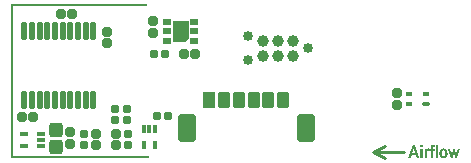
<source format=gts>
G04*
G04 #@! TF.GenerationSoftware,Altium Limited,Altium Designer,21.5.1 (32)*
G04*
G04 Layer_Color=8388736*
%FSLAX25Y25*%
%MOIN*%
G70*
G04*
G04 #@! TF.SameCoordinates,39876A4E-BCA0-42A6-88EB-BCD9F64C9596*
G04*
G04*
G04 #@! TF.FilePolarity,Negative*
G04*
G01*
G75*
%ADD10C,0.01000*%
%ADD11R,0.45388X0.00787*%
%ADD12R,0.00787X0.51181*%
%ADD13R,0.46063X0.00787*%
G04:AMPARAMS|DCode=14|XSize=19.68mil|YSize=25.59mil|CornerRadius=0mil|HoleSize=0mil|Usage=FLASHONLY|Rotation=270.000|XOffset=0mil|YOffset=0mil|HoleType=Round|Shape=RoundedRectangle|*
%AMROUNDEDRECTD14*
21,1,0.01968,0.02559,0,0,270.0*
21,1,0.01968,0.02559,0,0,270.0*
1,1,0.00000,-0.01280,-0.00984*
1,1,0.00000,-0.01280,0.00984*
1,1,0.00000,0.01280,0.00984*
1,1,0.00000,0.01280,-0.00984*
%
%ADD14ROUNDEDRECTD14*%
G04:AMPARAMS|DCode=15|XSize=15.75mil|YSize=23.62mil|CornerRadius=3.15mil|HoleSize=0mil|Usage=FLASHONLY|Rotation=270.000|XOffset=0mil|YOffset=0mil|HoleType=Round|Shape=RoundedRectangle|*
%AMROUNDEDRECTD15*
21,1,0.01575,0.01732,0,0,270.0*
21,1,0.00945,0.02362,0,0,270.0*
1,1,0.00630,-0.00866,-0.00472*
1,1,0.00630,-0.00866,0.00472*
1,1,0.00630,0.00866,0.00472*
1,1,0.00630,0.00866,-0.00472*
%
%ADD15ROUNDEDRECTD15*%
%ADD16R,0.02362X0.01575*%
G04:AMPARAMS|DCode=17|XSize=39.37mil|YSize=55.12mil|CornerRadius=7.09mil|HoleSize=0mil|Usage=FLASHONLY|Rotation=0.000|XOffset=0mil|YOffset=0mil|HoleType=Round|Shape=RoundedRectangle|*
%AMROUNDEDRECTD17*
21,1,0.03937,0.04095,0,0,0.0*
21,1,0.02520,0.05512,0,0,0.0*
1,1,0.01417,0.01260,-0.02047*
1,1,0.01417,-0.01260,-0.02047*
1,1,0.01417,-0.01260,0.02047*
1,1,0.01417,0.01260,0.02047*
%
%ADD17ROUNDEDRECTD17*%
%ADD18R,0.03937X0.05512*%
G04:AMPARAMS|DCode=19|XSize=59.06mil|YSize=92.52mil|CornerRadius=9.06mil|HoleSize=0mil|Usage=FLASHONLY|Rotation=0.000|XOffset=0mil|YOffset=0mil|HoleType=Round|Shape=RoundedRectangle|*
%AMROUNDEDRECTD19*
21,1,0.05906,0.07441,0,0,0.0*
21,1,0.04095,0.09252,0,0,0.0*
1,1,0.01811,0.02047,-0.03720*
1,1,0.01811,-0.02047,-0.03720*
1,1,0.01811,-0.02047,0.03720*
1,1,0.01811,0.02047,0.03720*
%
%ADD19ROUNDEDRECTD19*%
G04:AMPARAMS|DCode=20|XSize=29.53mil|YSize=27.56mil|CornerRadius=5.91mil|HoleSize=0mil|Usage=FLASHONLY|Rotation=90.000|XOffset=0mil|YOffset=0mil|HoleType=Round|Shape=RoundedRectangle|*
%AMROUNDEDRECTD20*
21,1,0.02953,0.01575,0,0,90.0*
21,1,0.01772,0.02756,0,0,90.0*
1,1,0.01181,0.00787,0.00886*
1,1,0.01181,0.00787,-0.00886*
1,1,0.01181,-0.00787,-0.00886*
1,1,0.01181,-0.00787,0.00886*
%
%ADD20ROUNDEDRECTD20*%
%ADD21C,0.03887*%
G04:AMPARAMS|DCode=22|XSize=21.65mil|YSize=59.06mil|CornerRadius=4.63mil|HoleSize=0mil|Usage=FLASHONLY|Rotation=0.000|XOffset=0mil|YOffset=0mil|HoleType=Round|Shape=RoundedRectangle|*
%AMROUNDEDRECTD22*
21,1,0.02165,0.04980,0,0,0.0*
21,1,0.01240,0.05906,0,0,0.0*
1,1,0.00925,0.00620,-0.02490*
1,1,0.00925,-0.00620,-0.02490*
1,1,0.00925,-0.00620,0.02490*
1,1,0.00925,0.00620,0.02490*
%
%ADD22ROUNDEDRECTD22*%
G04:AMPARAMS|DCode=23|XSize=33.07mil|YSize=31.5mil|CornerRadius=6.3mil|HoleSize=0mil|Usage=FLASHONLY|Rotation=180.000|XOffset=0mil|YOffset=0mil|HoleType=Round|Shape=RoundedRectangle|*
%AMROUNDEDRECTD23*
21,1,0.03307,0.01890,0,0,180.0*
21,1,0.02047,0.03150,0,0,180.0*
1,1,0.01260,-0.01024,0.00945*
1,1,0.01260,0.01024,0.00945*
1,1,0.01260,0.01024,-0.00945*
1,1,0.01260,-0.01024,-0.00945*
%
%ADD23ROUNDEDRECTD23*%
%ADD24R,0.02559X0.01378*%
G04:AMPARAMS|DCode=25|XSize=33.07mil|YSize=31.5mil|CornerRadius=6.3mil|HoleSize=0mil|Usage=FLASHONLY|Rotation=270.000|XOffset=0mil|YOffset=0mil|HoleType=Round|Shape=RoundedRectangle|*
%AMROUNDEDRECTD25*
21,1,0.03307,0.01890,0,0,270.0*
21,1,0.02047,0.03150,0,0,270.0*
1,1,0.01260,-0.00945,-0.01024*
1,1,0.01260,-0.00945,0.01024*
1,1,0.01260,0.00945,0.01024*
1,1,0.01260,0.00945,-0.01024*
%
%ADD25ROUNDEDRECTD25*%
G04:AMPARAMS|DCode=26|XSize=45.28mil|YSize=47.24mil|CornerRadius=7.68mil|HoleSize=0mil|Usage=FLASHONLY|Rotation=0.000|XOffset=0mil|YOffset=0mil|HoleType=Round|Shape=RoundedRectangle|*
%AMROUNDEDRECTD26*
21,1,0.04528,0.03189,0,0,0.0*
21,1,0.02992,0.04724,0,0,0.0*
1,1,0.01535,0.01496,-0.01595*
1,1,0.01535,-0.01496,-0.01595*
1,1,0.01535,-0.01496,0.01595*
1,1,0.01535,0.01496,0.01595*
%
%ADD26ROUNDEDRECTD26*%
G04:AMPARAMS|DCode=27|XSize=29.53mil|YSize=27.56mil|CornerRadius=5.91mil|HoleSize=0mil|Usage=FLASHONLY|Rotation=180.000|XOffset=0mil|YOffset=0mil|HoleType=Round|Shape=RoundedRectangle|*
%AMROUNDEDRECTD27*
21,1,0.02953,0.01575,0,0,180.0*
21,1,0.01772,0.02756,0,0,180.0*
1,1,0.01181,-0.00886,0.00787*
1,1,0.01181,0.00886,0.00787*
1,1,0.01181,0.00886,-0.00787*
1,1,0.01181,-0.00886,-0.00787*
%
%ADD27ROUNDEDRECTD27*%
%ADD28R,0.01378X0.02559*%
%ADD29C,0.03347*%
G36*
X60960Y49769D02*
X60997Y49758D01*
X61031Y49739D01*
X61061Y49715D01*
X61086Y49685D01*
X61104Y49650D01*
X61115Y49613D01*
X61119Y49575D01*
X61119Y44181D01*
X61115Y44142D01*
X61107Y44114D01*
X61104Y44105D01*
X61086Y44071D01*
X61061Y44041D01*
X61061Y44041D01*
X59762Y42742D01*
X59762Y42742D01*
X59732Y42717D01*
X59698Y42699D01*
X59689Y42696D01*
X59661Y42688D01*
X59641Y42686D01*
X59622Y42684D01*
X59622Y42684D01*
X56000D01*
X55961Y42688D01*
X55924Y42699D01*
X55890Y42717D01*
X55860Y42742D01*
X55835Y42772D01*
X55817Y42806D01*
X55806Y42843D01*
X55802Y42882D01*
X55802Y49575D01*
X55806Y49613D01*
X55817Y49650D01*
X55836Y49685D01*
X55860Y49715D01*
X55890Y49739D01*
X55924Y49758D01*
X55961Y49769D01*
X56000Y49773D01*
X60921D01*
X60960Y49769D01*
D02*
G37*
G36*
X142758Y8445D02*
X142835Y8439D01*
X142923Y8421D01*
X143023Y8403D01*
X143130Y8374D01*
X143236Y8338D01*
X143141Y7748D01*
X143135D01*
X143112Y7754D01*
X143082Y7766D01*
X143041Y7778D01*
X142994Y7784D01*
X142935Y7796D01*
X142823Y7801D01*
X142799D01*
X142776Y7796D01*
X142740Y7790D01*
X142705Y7778D01*
X142669Y7766D01*
X142640Y7743D01*
X142610Y7713D01*
Y7707D01*
X142599Y7695D01*
X142593Y7672D01*
X142581Y7636D01*
X142569Y7595D01*
X142557Y7536D01*
X142551Y7465D01*
X142545Y7377D01*
Y7147D01*
X143065D01*
Y6480D01*
X142545D01*
Y3937D01*
X141849D01*
Y6480D01*
X141460D01*
Y7038D01*
X141247Y6321D01*
X141242Y6327D01*
X141218Y6344D01*
X141183Y6368D01*
X141141Y6391D01*
X141088Y6415D01*
X141035Y6439D01*
X140976Y6456D01*
X140917Y6462D01*
X140893D01*
X140864Y6456D01*
X140829Y6450D01*
X140787Y6433D01*
X140746Y6415D01*
X140699Y6385D01*
X140657Y6350D01*
X140652Y6344D01*
X140640Y6327D01*
X140622Y6303D01*
X140598Y6262D01*
X140575Y6208D01*
X140545Y6144D01*
X140522Y6061D01*
X140504Y5961D01*
Y5955D01*
Y5949D01*
X140498Y5931D01*
Y5908D01*
X140492Y5872D01*
Y5831D01*
X140486Y5784D01*
X140480Y5731D01*
X140475Y5660D01*
Y5589D01*
X140469Y5500D01*
X140463Y5406D01*
Y5306D01*
X140457Y5188D01*
Y5064D01*
Y4928D01*
Y3937D01*
X139761D01*
Y7147D01*
X140410D01*
Y6692D01*
X140416Y6698D01*
X140427Y6716D01*
X140439Y6740D01*
X140469Y6793D01*
X140510Y6858D01*
X140557Y6928D01*
X140604Y6999D01*
X140657Y7064D01*
X140705Y7111D01*
X140711Y7117D01*
X140728Y7129D01*
X140758Y7147D01*
X140793Y7170D01*
X140834Y7188D01*
X140888Y7206D01*
X140947Y7217D01*
X141006Y7223D01*
X141047D01*
X141094Y7217D01*
X141153Y7206D01*
X141224Y7182D01*
X141301Y7153D01*
X141383Y7111D01*
X141460Y7062D01*
Y7147D01*
X141849D01*
Y7389D01*
Y7394D01*
Y7406D01*
Y7430D01*
Y7459D01*
Y7495D01*
X141855Y7536D01*
X141861Y7630D01*
X141867Y7737D01*
X141885Y7837D01*
X141902Y7937D01*
X141932Y8020D01*
X141938Y8032D01*
X141950Y8055D01*
X141967Y8091D01*
X141997Y8132D01*
X142032Y8185D01*
X142079Y8238D01*
X142132Y8285D01*
X142197Y8332D01*
X142203Y8338D01*
X142233Y8350D01*
X142268Y8368D01*
X142321Y8392D01*
X142386Y8415D01*
X142469Y8433D01*
X142557Y8445D01*
X142652Y8450D01*
X142705D01*
X142758Y8445D01*
D02*
G37*
G36*
X139076Y7583D02*
X138380D01*
Y8368D01*
X139076D01*
Y7583D01*
D02*
G37*
G36*
X150705Y3937D02*
X150044D01*
X149584Y5996D01*
X149136Y3937D01*
X148463D01*
X147631Y7147D01*
X148304D01*
X148800Y5040D01*
X149254Y7147D01*
X149920D01*
X150363Y5040D01*
X150870Y7147D01*
X151561D01*
X150705Y3937D01*
D02*
G37*
G36*
X144156D02*
X143460D01*
Y8374D01*
X144156D01*
Y3937D01*
D02*
G37*
G36*
X139076D02*
X138380D01*
Y7147D01*
X139076D01*
Y3937D01*
D02*
G37*
G36*
X137997D02*
X137200D01*
X136881Y4946D01*
X135430D01*
X135129Y3937D01*
X134350D01*
X135760Y8374D01*
X136545D01*
X137997Y3937D01*
D02*
G37*
G36*
X146115Y7217D02*
X146162D01*
X146215Y7206D01*
X146274Y7200D01*
X146345Y7182D01*
X146416Y7158D01*
X146499Y7135D01*
X146575Y7099D01*
X146658Y7058D01*
X146740Y7011D01*
X146823Y6952D01*
X146906Y6887D01*
X146982Y6810D01*
X147053Y6722D01*
X147059Y6716D01*
X147071Y6698D01*
X147089Y6675D01*
X147112Y6633D01*
X147136Y6586D01*
X147171Y6527D01*
X147201Y6462D01*
X147236Y6391D01*
X147271Y6309D01*
X147301Y6220D01*
X147336Y6126D01*
X147360Y6020D01*
X147383Y5914D01*
X147401Y5801D01*
X147413Y5683D01*
X147419Y5559D01*
Y5554D01*
Y5536D01*
Y5512D01*
Y5477D01*
X147413Y5430D01*
X147407Y5382D01*
X147401Y5324D01*
X147395Y5259D01*
X147372Y5117D01*
X147336Y4970D01*
X147289Y4810D01*
X147224Y4657D01*
Y4651D01*
X147218Y4639D01*
X147206Y4621D01*
X147189Y4592D01*
X147148Y4521D01*
X147094Y4433D01*
X147018Y4338D01*
X146935Y4238D01*
X146841Y4143D01*
X146729Y4061D01*
X146723D01*
X146717Y4055D01*
X146699Y4043D01*
X146676Y4031D01*
X146611Y3996D01*
X146528Y3961D01*
X146428Y3925D01*
X146316Y3890D01*
X146192Y3866D01*
X146056Y3860D01*
X146032D01*
X145997Y3866D01*
X145962D01*
X145908Y3872D01*
X145850Y3884D01*
X145785Y3896D01*
X145714Y3919D01*
X145643Y3943D01*
X145560Y3972D01*
X145484Y4008D01*
X145401Y4049D01*
X145318Y4102D01*
X145236Y4161D01*
X145159Y4232D01*
X145082Y4309D01*
X145077Y4315D01*
X145065Y4332D01*
X145047Y4356D01*
X145024Y4391D01*
X144994Y4439D01*
X144959Y4492D01*
X144929Y4562D01*
X144894Y4639D01*
X144852Y4722D01*
X144823Y4816D01*
X144788Y4922D01*
X144758Y5034D01*
X144734Y5158D01*
X144717Y5294D01*
X144705Y5436D01*
X144699Y5583D01*
Y5589D01*
Y5607D01*
Y5630D01*
X144705Y5666D01*
Y5707D01*
X144711Y5754D01*
X144717Y5807D01*
X144723Y5866D01*
X144746Y6002D01*
X144776Y6144D01*
X144823Y6297D01*
X144882Y6444D01*
Y6450D01*
X144894Y6462D01*
X144900Y6480D01*
X144917Y6509D01*
X144959Y6580D01*
X145012Y6663D01*
X145082Y6757D01*
X145171Y6858D01*
X145265Y6946D01*
X145372Y7029D01*
X145378D01*
X145383Y7034D01*
X145401Y7046D01*
X145425Y7058D01*
X145490Y7088D01*
X145572Y7129D01*
X145673Y7164D01*
X145791Y7194D01*
X145920Y7217D01*
X146056Y7223D01*
X146086D01*
X146115Y7217D01*
D02*
G37*
%LPC*%
G36*
X136144Y7335D02*
X135654Y5695D01*
X136645D01*
X136144Y7335D01*
D02*
G37*
G36*
X146097Y6533D02*
X146038D01*
X146009Y6527D01*
X145956Y6521D01*
X145897Y6504D01*
X145826Y6474D01*
X145749Y6427D01*
X145673Y6362D01*
X145637Y6327D01*
X145602Y6279D01*
X145596Y6267D01*
X145572Y6232D01*
X145543Y6173D01*
X145507Y6090D01*
X145472Y5990D01*
X145442Y5860D01*
X145419Y5713D01*
X145413Y5542D01*
Y5536D01*
Y5518D01*
Y5495D01*
X145419Y5459D01*
Y5418D01*
X145425Y5377D01*
X145437Y5265D01*
X145460Y5147D01*
X145495Y5023D01*
X145537Y4905D01*
X145602Y4798D01*
X145608Y4787D01*
X145637Y4757D01*
X145678Y4722D01*
X145731Y4674D01*
X145796Y4627D01*
X145873Y4592D01*
X145962Y4562D01*
X146062Y4551D01*
X146074D01*
X146109Y4557D01*
X146156Y4562D01*
X146221Y4580D01*
X146292Y4610D01*
X146369Y4657D01*
X146445Y4716D01*
X146516Y4798D01*
Y4804D01*
X146522Y4810D01*
X146534Y4828D01*
X146546Y4846D01*
X146575Y4905D01*
X146611Y4987D01*
X146646Y5093D01*
X146676Y5223D01*
X146699Y5371D01*
X146705Y5548D01*
Y5554D01*
Y5571D01*
Y5595D01*
Y5624D01*
X146699Y5666D01*
X146693Y5713D01*
X146681Y5819D01*
X146658Y5937D01*
X146622Y6061D01*
X146575Y6173D01*
X146510Y6279D01*
Y6285D01*
X146504Y6291D01*
X146475Y6321D01*
X146434Y6362D01*
X146380Y6409D01*
X146316Y6450D01*
X146239Y6492D01*
X146150Y6521D01*
X146097Y6533D01*
D02*
G37*
%LPD*%
D10*
X122638Y6102D02*
X126575Y4134D01*
X122638Y6102D02*
X126575Y4134D01*
X122638Y6102D02*
X126575Y8071D01*
X122638Y6102D02*
X132874D01*
D11*
X24687Y54903D02*
D03*
D12*
X2362Y29528D02*
D03*
D13*
X25000Y4331D02*
D03*
D14*
X53933Y49378D02*
D03*
Y46228D02*
D03*
Y43079D02*
D03*
X62988Y49378D02*
D03*
Y46228D02*
D03*
Y43079D02*
D03*
D15*
X140157Y22047D02*
D03*
D16*
Y25197D02*
D03*
X134646Y22047D02*
D03*
Y25197D02*
D03*
D17*
X72913Y23209D02*
D03*
X82756D02*
D03*
X77835D02*
D03*
X87677D02*
D03*
X92598D02*
D03*
D18*
X67992D02*
D03*
D19*
X60512Y14173D02*
D03*
X100079D02*
D03*
D20*
X54232Y18110D02*
D03*
X50492D02*
D03*
X49473Y38544D02*
D03*
X53213D02*
D03*
X36713Y20472D02*
D03*
X40453D02*
D03*
Y16535D02*
D03*
X36713D02*
D03*
D21*
X85945Y38051D02*
D03*
X95945Y43051D02*
D03*
Y38051D02*
D03*
X90945Y43051D02*
D03*
X85945D02*
D03*
X90945Y38051D02*
D03*
D22*
X6299Y23228D02*
D03*
X8858D02*
D03*
X11417D02*
D03*
X13976D02*
D03*
X16535D02*
D03*
X19094D02*
D03*
X21654D02*
D03*
X24213D02*
D03*
X26772D02*
D03*
X29331D02*
D03*
X6299Y46457D02*
D03*
X8858D02*
D03*
X11417D02*
D03*
X13976D02*
D03*
X16535D02*
D03*
X19094D02*
D03*
X21654D02*
D03*
X24213D02*
D03*
X26772D02*
D03*
X29331D02*
D03*
D23*
X33858Y45984D02*
D03*
Y42205D02*
D03*
X49213Y45748D02*
D03*
Y49528D02*
D03*
X130709Y21732D02*
D03*
Y25512D02*
D03*
X21654Y12520D02*
D03*
Y8740D02*
D03*
X30315Y12047D02*
D03*
Y8268D02*
D03*
X37008Y12126D02*
D03*
Y8347D02*
D03*
D24*
X11756Y8032D02*
D03*
Y10000D02*
D03*
Y11969D02*
D03*
X6244D02*
D03*
Y8032D02*
D03*
D25*
X9370Y17717D02*
D03*
X5590D02*
D03*
X22215Y52080D02*
D03*
X18436D02*
D03*
X63307Y38583D02*
D03*
X59527D02*
D03*
D26*
X16929Y13484D02*
D03*
Y7776D02*
D03*
D27*
X26378Y8287D02*
D03*
Y12028D02*
D03*
X40945Y8366D02*
D03*
Y12106D02*
D03*
D28*
X50000Y13780D02*
D03*
X48031D02*
D03*
X46063D02*
D03*
Y8268D02*
D03*
X50000D02*
D03*
D29*
X80945Y44551D02*
D03*
Y36551D02*
D03*
X100945Y40551D02*
D03*
M02*

</source>
